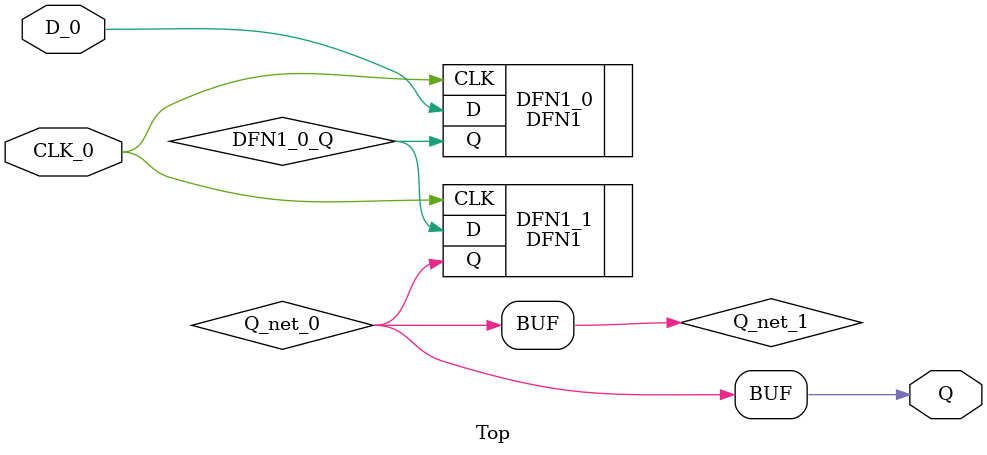
<source format=v>

`timescale 1ns / 100ps

module Top(
    // Inputs
    CLK_0,
    D_0,
    // Outputs
    Q
);

//--------------------------------------------------------------------
// Input
//--------------------------------------------------------------------
input  CLK_0;
input  D_0;
//--------------------------------------------------------------------
// Output
//--------------------------------------------------------------------
output Q;
//--------------------------------------------------------------------
// Nets
//--------------------------------------------------------------------
wire   CLK_0;
wire   D_0;
wire   DFN1_0_Q;
wire   Q_net_0;
wire   Q_net_1;
//--------------------------------------------------------------------
// Top level output port assignments
//--------------------------------------------------------------------
assign Q_net_1 = Q_net_0;
assign Q       = Q_net_1;
//--------------------------------------------------------------------
// Component instances
//--------------------------------------------------------------------
//--------DFN1
DFN1 DFN1_0(
        // Inputs
        .D   ( D_0 ),
        .CLK ( CLK_0 ),
        // Outputs
        .Q   ( DFN1_0_Q ) 
        );

//--------DFN1
DFN1 DFN1_1(
        // Inputs
        .D   ( DFN1_0_Q ),
        .CLK ( CLK_0 ),
        // Outputs
        .Q   ( Q_net_0 ) 
        );


endmodule

</source>
